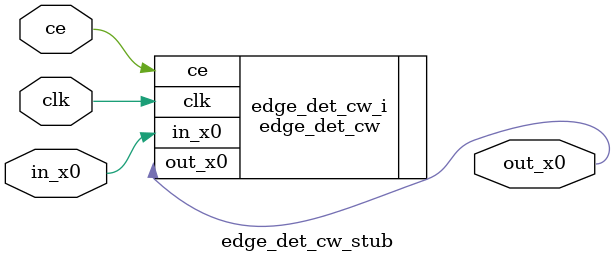
<source format=v>
`timescale 1ns / 1ps


module edge_det_cw_stub
(
  ce,
  clk,// clock period = 10.0 ns (100.0 Mhz)
  in_x0,
  out_x0
  );

  input  ce;
  input  clk;// clock period = 10.0 ns (100.0 Mhz)
  input [0:0] in_x0;
  output [0:0] out_x0;

edge_det_cw edge_det_cw_i (
  .ce(ce),
  .clk(clk),
  .in_x0(in_x0),
  .out_x0(out_x0));

endmodule 

</source>
